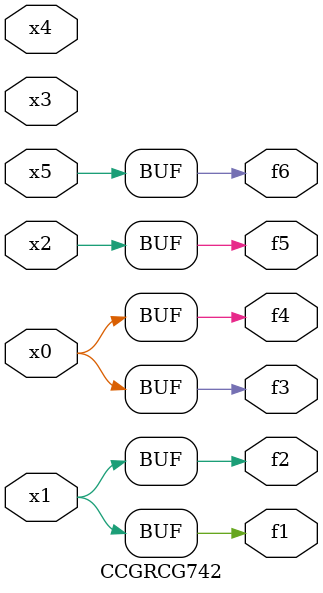
<source format=v>
module CCGRCG742(
	input x0, x1, x2, x3, x4, x5,
	output f1, f2, f3, f4, f5, f6
);
	assign f1 = x1;
	assign f2 = x1;
	assign f3 = x0;
	assign f4 = x0;
	assign f5 = x2;
	assign f6 = x5;
endmodule

</source>
